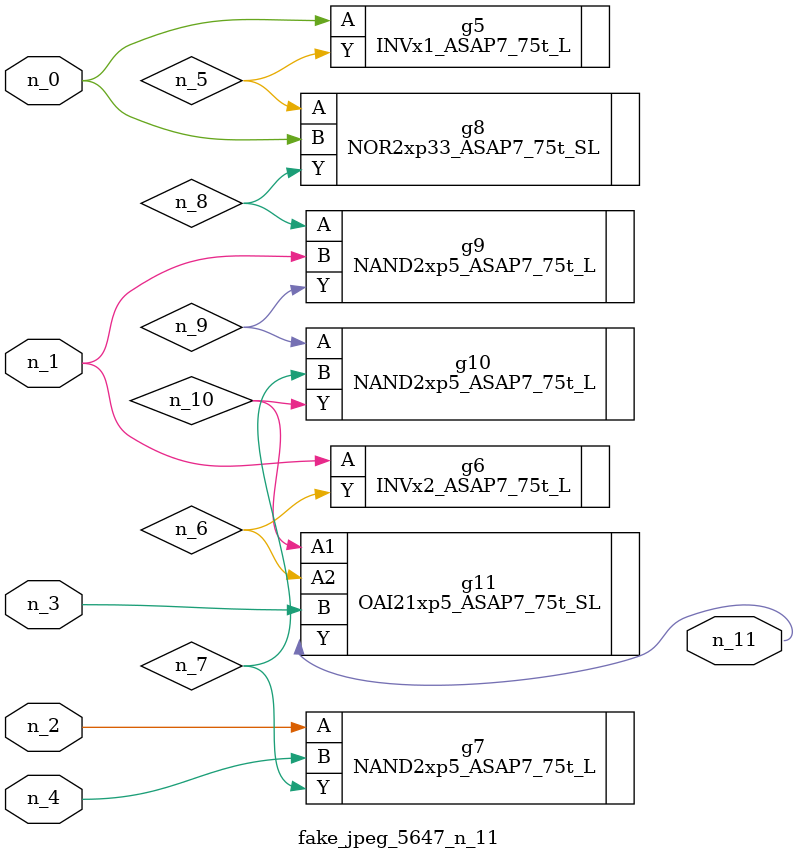
<source format=v>
module fake_jpeg_5647_n_11 (n_3, n_2, n_1, n_0, n_4, n_11);

input n_3;
input n_2;
input n_1;
input n_0;
input n_4;

output n_11;

wire n_10;
wire n_8;
wire n_9;
wire n_6;
wire n_5;
wire n_7;

INVx1_ASAP7_75t_L g5 ( 
.A(n_0),
.Y(n_5)
);

INVx2_ASAP7_75t_L g6 ( 
.A(n_1),
.Y(n_6)
);

NAND2xp5_ASAP7_75t_L g7 ( 
.A(n_2),
.B(n_4),
.Y(n_7)
);

NOR2xp33_ASAP7_75t_SL g8 ( 
.A(n_5),
.B(n_0),
.Y(n_8)
);

NAND2xp5_ASAP7_75t_L g9 ( 
.A(n_8),
.B(n_1),
.Y(n_9)
);

NAND2xp5_ASAP7_75t_L g10 ( 
.A(n_9),
.B(n_7),
.Y(n_10)
);

OAI21xp5_ASAP7_75t_SL g11 ( 
.A1(n_10),
.A2(n_6),
.B(n_3),
.Y(n_11)
);


endmodule
</source>
